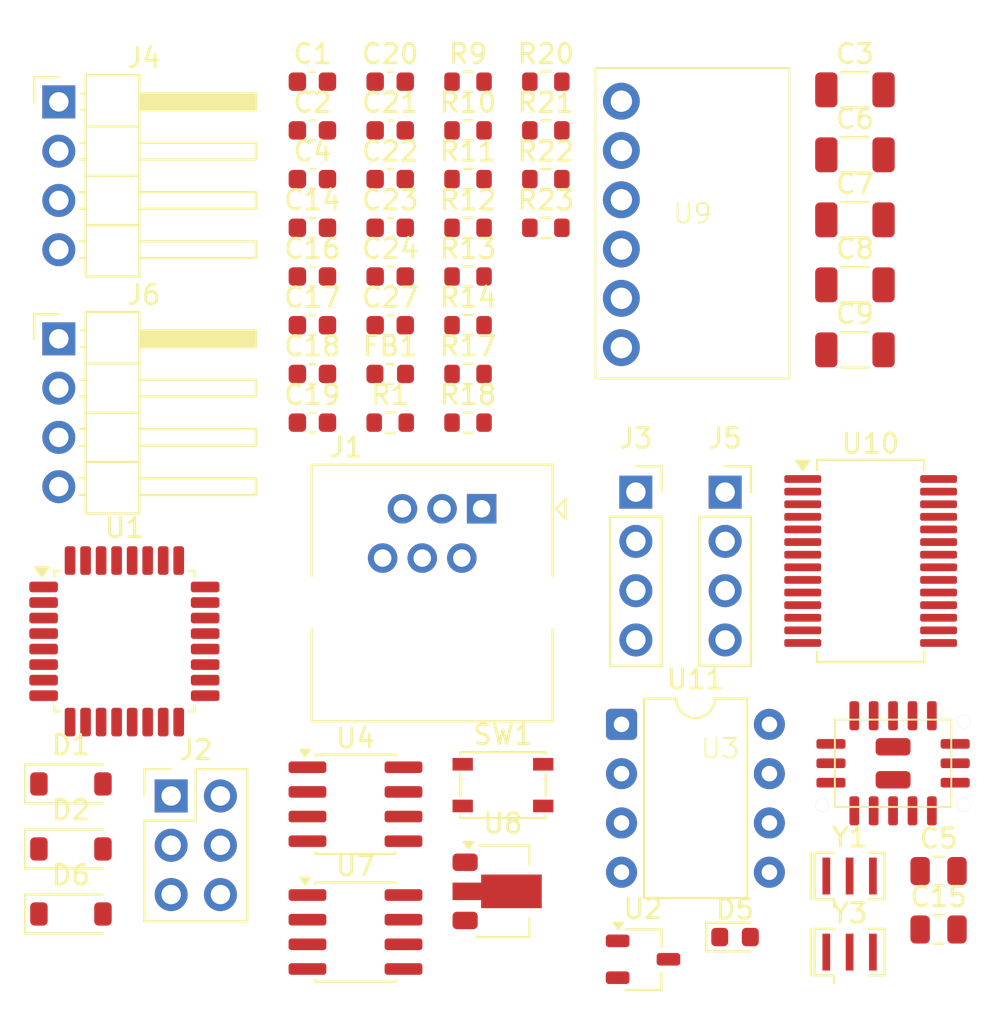
<source format=kicad_pcb>
(kicad_pcb (version 20241229) (generator "pcbnew") (generator_version "9.0")
  (layers (0 "F.Cu" signal) (2 "B.Cu" signal) (13 "F.Paste" user) (15 "B.Paste" user) (5 "F.SilkS" user "F.Silkscreen") (7 "B.SilkS" user "B.Silkscreen") (1 "F.Mask" user) (3 "B.Mask" user) (25 "Edge.Cuts" user))
  (net 0 "")
  (net 1 "Net-(U1-AREF)")
  (net 2 "GND")
  (net 3 "Net-(U1-VCC)")
  (net 4 "Net-(D1-K)")
  (net 5 "+5V")
  (net 6 "Net-(U4-VDD3V3)")
  (net 7 "GND1")
  (net 8 "Net-(U7-VDD3V3)")
  (net 9 "+3V3")
  (net 10 "Net-(U10-VDDA)")
  (net 11 "Net-(D1-A)")
  (net 12 "SCK")
  (net 13 "ERR")
  (net 14 "Net-(D5-K)")
  (net 16 "CANL")
  (net 17 "CANH")
  (net 19 "MISO")
  (net 20 "MOSI")
  (net 21 "RST")
  (net 22 "SDA1")
  (net 23 "SCL1")
  (net 24 "SCL2")
  (net 25 "SDA2")
  (net 26 "Net-(U1-~{RESET}{slash}PC6)")
  (net 27 "Net-(U10-STBY)")
  (net 28 "Net-(U10-~{RESET})")
  (net 29 "SCL0")
  (net 30 "SDA0")
  (net 36 "INT")
  (net 37 "CS")
  (net 42 "Net-(U1-XTAL2{slash}PB7)")
  (net 45 "Net-(U1-XTAL1{slash}PB6)")
  (net 53 "Net-(U10-TXD)")
  (net 61 "Net-(U10-OSC2)")
  (net 62 "Net-(U10-RXD)")
  (net 63 "Net-(U10-OSC1)")
  (net 64 "SCL3")
  (net 65 "SDA3")
  (net 66 "Net-(J6-Pin_2)")
  (net 67 "Net-(J6-Pin_1)")
  (net 68 "Net-(J6-Pin_4)")
  (net 77 "+5VA")
  (net 78 "Net-(J6-Pin_3)")
  (footprint "Connector_PinSocket_2.54mm:PinSocket_1x04_P2.54mm_Vertical" (layer "F.Cu") (at 50.435 43.535)
    (property "Reference" "J3" (at 0 -2.77 0) (layer "F.SilkS"))
    (property "Value" "Conn_01x04_Socket")
    (pad "1" thru_hole rect (at 0 0) (size 1.7 1.7) (drill 1) (layers "*.Cu" "*.Mask") (net 2 "GND"))
    (pad "2" thru_hole circle (at 0 2.54) (size 1.7 1.7) (drill 1) (layers "*.Cu" "*.Mask") (net 23 "SCL1"))
    (pad "3" thru_hole circle (at 0 5.08) (size 1.7 1.7) (drill 1) (layers "*.Cu" "*.Mask") (net 22 "SDA1"))
    (pad "4" thru_hole circle (at 0 7.62) (size 1.7 1.7) (drill 1) (layers "*.Cu" "*.Mask") (net 5 "+5V"))
  )
  (footprint "Resistor_SMD:R_0603_1608Metric" (layer "F.Cu") (at 41.785 34.935)
    (property "Reference" "R14" (at 0 -1.43 0) (layer "F.SilkS"))
    (property "Value" "100")
    (pad "1" smd roundrect (at -0.825 0) (size 0.8 0.95) (layers "F.Cu" "F.Mask" "F.Paste") (net 26 "Net-(U1-~{RESET}{slash}PC6)"))
    (pad "2" smd roundrect (at 0.825 0) (size 0.8 0.95) (layers "F.Cu" "F.Mask" "F.Paste") (net 21 "RST"))
  )
  (footprint "Resistor_SMD:R_0603_1608Metric" (layer "F.Cu") (at 41.785 37.445)
    (property "Reference" "R17" (at 0 -1.43 0) (layer "F.SilkS"))
    (property "Value" "100k")
    (pad "1" smd roundrect (at -0.825 0) (size 0.8 0.95) (layers "F.Cu" "F.Mask" "F.Paste") (net 27 "Net-(U10-STBY)"))
    (pad "2" smd roundrect (at 0.825 0) (size 0.8 0.95) (layers "F.Cu" "F.Mask" "F.Paste") (net 2 "GND"))
  )
  (footprint "Resistor_SMD:R_0603_1608Metric" (layer "F.Cu") (at 41.785 29.915)
    (property "Reference" "R12" (at 0 -1.43 0) (layer "F.SilkS"))
    (property "Value" "4.7k")
    (pad "1" smd roundrect (at -0.825 0) (size 0.8 0.95) (layers "F.Cu" "F.Mask" "F.Paste") (net 77 "+5VA"))
    (pad "2" smd roundrect (at 0.825 0) (size 0.8 0.95) (layers "F.Cu" "F.Mask" "F.Paste") (net 24 "SCL2"))
  )
  (footprint "Connector_PinHeader_2.54mm:PinHeader_1x04_P2.54mm_Horizontal" (layer "F.Cu") (at 20.695 35.635)
    (property "Reference" "J6" (at 4.385 -2.27 0) (layer "F.SilkS"))
    (property "Value" "Conn_01x04_Pin")
    (pad "1" thru_hole rect (at 0 0) (size 1.7 1.7) (drill 1) (layers "*.Cu" "*.Mask") (net 67 "Net-(J6-Pin_1)"))
    (pad "2" thru_hole circle (at 0 2.54) (size 1.7 1.7) (drill 1) (layers "*.Cu" "*.Mask") (net 66 "Net-(J6-Pin_2)"))
    (pad "3" thru_hole circle (at 0 5.08) (size 1.7 1.7) (drill 1) (layers "*.Cu" "*.Mask") (net 78 "Net-(J6-Pin_3)"))
    (pad "4" thru_hole circle (at 0 7.62) (size 1.7 1.7) (drill 1) (layers "*.Cu" "*.Mask") (net 68 "Net-(J6-Pin_4)"))
  )
  (footprint "Capacitor_SMD:C_0603_1608Metric" (layer "F.Cu") (at 33.765 32.425)
    (property "Reference" "C16" (at 0 -1.43 0) (layer "F.SilkS"))
    (property "Value" "0.1u")
    (pad "1" smd roundrect (at -0.775 0) (size 0.9 0.95) (layers "F.Cu" "F.Mask" "F.Paste") (net 2 "GND"))
    (pad "2" smd roundrect (at 0.775 0) (size 0.9 0.95) (layers "F.Cu" "F.Mask" "F.Paste") (net 5 "+5V"))
  )
  (footprint "Inductor_SMD:L_0603_1608Metric" (layer "F.Cu") (at 37.775 37.445)
    (property "Reference" "FB1" (at 0 -1.43 0) (layer "F.SilkS"))
    (property "Value" "FerriteBead_Small")
    (pad "1" smd roundrect (at -0.7875 0) (size 0.875 0.95) (layers "F.Cu" "F.Mask" "F.Paste") (net 5 "+5V"))
    (pad "2" smd roundrect (at 0.7875 0) (size 0.875 0.95) (layers "F.Cu" "F.Mask" "F.Paste") (net 10 "Net-(U10-VDDA)"))
  )
  (footprint "Button_Switch_SMD:SW_SPST_PTS810" (layer "F.Cu") (at 43.585 58.635)
    (property "Reference" "SW1" (at 0 -2.6 0) (layer "F.SilkS"))
    (property "Value" "RST")
    (pad "1" smd rect (at -2.075 -1.075) (size 1.05 0.65) (layers "F.Cu" "F.Mask" "F.Paste") (net 2 "GND"))
    (pad "1" smd rect (at 2.075 -1.075) (size 1.05 0.65) (layers "F.Cu" "F.Mask" "F.Paste") (net 2 "GND"))
    (pad "2" smd rect (at -2.075 1.075) (size 1.05 0.65) (layers "F.Cu" "F.Mask" "F.Paste") (net 21 "RST"))
    (pad "2" smd rect (at 2.075 1.075) (size 1.05 0.65) (layers "F.Cu" "F.Mask" "F.Paste") (net 21 "RST"))
  )
  (footprint "Crystal:Resonator_SMD_Murata_CSTxExxV-3Pin_3.0x1.1mm" (layer "F.Cu") (at 61.45 63.32)
    (property "Reference" "Y1" (at 0 -2 0) (layer "F.SilkS"))
    (property "Value" "16MHz")
    (pad "1" smd rect (at -1.2 0) (size 0.4 1.9) (layers "F.Cu" "F.Mask" "F.Paste") (net 42 "Net-(U1-XTAL2{slash}PB7)"))
    (pad "2" smd rect (at 0 0) (size 0.4 1.9) (layers "F.Cu" "F.Mask" "F.Paste") (net 2 "GND"))
    (pad "3" smd rect (at 1.2 0) (size 0.4 1.9) (layers "F.Cu" "F.Mask" "F.Paste") (net 45 "Net-(U1-XTAL1{slash}PB6)"))
  )
  (footprint "Capacitor_SMD:C_1206_3216Metric" (layer "F.Cu") (at 61.725 29.505)
    (property "Reference" "C7" (at 0 -1.85 0) (layer "F.SilkS"))
    (property "Value" "2.2u")
    (pad "1" smd roundrect (at -1.475 0) (size 1.15 1.8) (layers "F.Cu" "F.Mask" "F.Paste") (roundrect_rratio 0.217391) (net 9 "+3V3"))
    (pad "2" smd roundrect (at 1.475 0) (size 1.15 1.8) (layers "F.Cu" "F.Mask" "F.Paste") (roundrect_rratio 0.217391) (net 2 "GND"))
  )
  (footprint "Capacitor_SMD:C_0603_1608Metric" (layer "F.Cu") (at 33.765 37.445)
    (property "Reference" "C18" (at 0 -1.43 0) (layer "F.SilkS"))
    (property "Value" "0.1u")
    (pad "1" smd roundrect (at -0.775 0) (size 0.9 0.95) (layers "F.Cu" "F.Mask" "F.Paste") (net 2 "GND"))
    (pad "2" smd roundrect (at 0.775 0) (size 0.9 0.95) (layers "F.Cu" "F.Mask" "F.Paste") (net 3 "Net-(U1-VCC)"))
  )
  (footprint "Resistor_SMD:R_0603_1608Metric" (layer "F.Cu") (at 41.785 27.405)
    (property "Reference" "R11" (at 0 -1.43 0) (layer "F.SilkS"))
    (property "Value" "4.7k")
    (pad "1" smd roundrect (at -0.825 0) (size 0.8 0.95) (layers "F.Cu" "F.Mask" "F.Paste") (net 77 "+5VA"))
    (pad "2" smd roundrect (at 0.825 0) (size 0.8 0.95) (layers "F.Cu" "F.Mask" "F.Paste") (net 25 "SDA2"))
  )
  (footprint "Capacitor_SMD:C_0805_2012Metric" (layer "F.Cu") (at 66.035 63.065)
    (property "Reference" "C5" (at 0 -1.68 0) (layer "F.SilkS"))
    (property "Value" "1u")
    (pad "1" smd roundrect (at -0.95 0) (size 1 1.45) (layers "F.Cu" "F.Mask" "F.Paste") (net 6 "Net-(U4-VDD3V3)"))
    (pad "2" smd roundrect (at 0.95 0) (size 1 1.45) (layers "F.Cu" "F.Mask" "F.Paste") (net 2 "GND"))
  )
  (footprint "Connector_RJ:RJ25_Wayconn_MJEA-660X1_Horizontal" (layer "F.Cu") (at 42.485 44.395)
    (property "Reference" "J1" (at -6.985 -3.175 0) (layer "F.SilkS"))
    (property "Value" "RJ25")
    (pad "" np_thru_hole circle (at -8.55 4.84) (size 2.3 2.3) (drill 2.3) (layers "*.Cu" "*.Mask"))
    (pad "" np_thru_hole circle (at 3.45 4.84) (size 2.3 2.3) (drill 2.3) (layers "*.Cu" "*.Mask"))
    (pad "1" thru_hole rect (at 0 0) (size 1.52 1.52) (drill 0.9) (layers "*.Cu" "*.Mask"))
    (pad "2" thru_hole circle (at -1.02 2.54) (size 1.52 1.52) (drill 0.9) (layers "*.Cu" "*.Mask") (net 2 "GND"))
    (pad "3" thru_hole circle (at -2.04 0) (size 1.52 1.52) (drill 0.9) (layers "*.Cu" "*.Mask") (net 16 "CANL"))
    (pad "4" thru_hole circle (at -3.06 2.54) (size 1.52 1.52) (drill 0.9) (layers "*.Cu" "*.Mask") (net 17 "CANH"))
    (pad "5" thru_hole circle (at -4.08 0) (size 1.52 1.52) (drill 0.9) (layers "*.Cu" "*.Mask") (net 11 "Net-(D1-A)"))
    (pad "6" thru_hole circle (at -5.1 2.54) (size 1.52 1.52) (drill 0.9) (layers "*.Cu" "*.Mask"))
  )
  (footprint "Diode_SMD:D_SOD-123" (layer "F.Cu") (at 21.32 61.925)
    (property "Reference" "D2" (at 0 -2 0) (layer "F.SilkS"))
    (property "Value" "RB160M")
    (pad "1" smd roundrect (at -1.65 0) (size 0.9 1.2) (layers "F.Cu" "F.Mask" "F.Paste") (net 4 "Net-(D1-K)"))
    (pad "2" smd roundrect (at 1.65 0) (size 0.9 1.2) (layers "F.Cu" "F.Mask" "F.Paste") (net 5 "+5V"))
  )
  (footprint "Capacitor_SMD:C_0603_1608Metric" (layer "F.Cu") (at 37.775 34.935)
    (property "Reference" "C27" (at 0 -1.43 0) (layer "F.SilkS"))
    (property "Value" "100n")
    (pad "1" smd roundrect (at -0.775 0) (size 0.9 0.95) (layers "F.Cu" "F.Mask" "F.Paste") (net 66 "Net-(J6-Pin_2)"))
    (pad "2" smd roundrect (at 0.775 0) (size 0.9 0.95) (layers "F.Cu" "F.Mask" "F.Paste") (net 78 "Net-(J6-Pin_3)"))
  )
  (footprint "Package_TO_SOT_SMD:TSOT-23" (layer "F.Cu") (at 50.805 67.61)
    (property "Reference" "U2" (at 0 -2.6 0) (layer "F.SilkS"))
    (property "Value" "AP7375")
    (pad "1" smd roundrect (at -1.31 -0.95) (size 1.22 0.65) (layers "F.Cu" "F.Mask" "F.Paste") (net 4 "Net-(D1-K)"))
    (pad "2" smd roundrect (at -1.31 0.95) (size 1.22 0.65) (layers "F.Cu" "F.Mask" "F.Paste") (net 5 "+5V"))
    (pad "3" smd roundrect (at 1.31 0) (size 1.22 0.65) (layers "F.Cu" "F.Mask" "F.Paste") (net 2 "GND"))
  )
  (footprint "Capacitor_SMD:C_0603_1608Metric" (layer "F.Cu") (at 33.765 34.935)
    (property "Reference" "C17" (at 0 -1.43 0) (layer "F.SilkS"))
    (property "Value" "1u")
    (pad "1" smd roundrect (at -0.775 0) (size 0.9 0.95) (layers "F.Cu" "F.Mask" "F.Paste") (net 2 "GND"))
    (pad "2" smd roundrect (at 0.775 0) (size 0.9 0.95) (layers "F.Cu" "F.Mask" "F.Paste") (net 5 "+5V"))
  )
  (footprint "Resistor_SMD:R_0603_1608Metric" (layer "F.Cu") (at 45.795 29.915)
    (property "Reference" "R23" (at 0 -1.43 0) (layer "F.SilkS"))
    (property "Value" "4.7k")
    (pad "1" smd roundrect (at -0.825 0) (size 0.8 0.95) (layers "F.Cu" "F.Mask" "F.Paste") (net 9 "+3V3"))
    (pad "2" smd roundrect (at 0.825 0) (size 0.8 0.95) (layers "F.Cu" "F.Mask" "F.Paste") (net 65 "SDA3"))
  )
  (footprint "Capacitor_SMD:C_0805_2012Metric" (layer "F.Cu") (at 66.035 66.075)
    (property "Reference" "C15" (at 0 -1.68 0) (layer "F.SilkS"))
    (property "Value" "1u")
    (pad "1" smd roundrect (at -0.95 0) (size 1 1.45) (layers "F.Cu" "F.Mask" "F.Paste") (net 8 "Net-(U7-VDD3V3)"))
    (pad "2" smd roundrect (at 0.95 0) (size 1 1.45) (layers "F.Cu" "F.Mask" "F.Paste") (net 7 "GND1"))
  )
  (footprint "Capacitor_SMD:C_0603_1608Metric" (layer "F.Cu") (at 33.765 22.385)
    (property "Reference" "C1" (at 0 -1.43 0) (layer "F.SilkS"))
    (property "Value" "0.1u")
    (pad "1" smd roundrect (at -0.775 0) (size 0.9 0.95) (layers "F.Cu" "F.Mask" "F.Paste") (net 1 "Net-(U1-AREF)"))
    (pad "2" smd roundrect (at 0.775 0) (size 0.9 0.95) (layers "F.Cu" "F.Mask" "F.Paste") (net 2 "GND"))
  )
  (footprint "KUBTSS:SDP32" (layer "F.Cu") (at 63.69 57.51)
    (property "Reference" "U3" (at -8.91 -0.76 0) (layer "F.SilkS") (effects (font (thickness 0.1))))
    (property "Value" "~")
    (fp_circle (center -3.65 2.15) (end -3.3 2.15) (stroke (width 0.01)) (fill no) (layer "Edge.Cuts"))
    (fp_circle (center 3.65 -2.15) (end 4 -2.15) (stroke (width 0.01)) (fill no) (layer "Edge.Cuts"))
    (fp_circle (center 3.65 2.15) (end 4 2.15) (stroke (width 0.01)) (fill no) (layer "Edge.Cuts"))
    (pad "" np_thru_hole circle (at -3.65 2.15) (size 0.00001 0.00001) (drill 0.73) (layers "*.Mask"))
    (pad "" np_thru_hole circle (at 3.65 -2.15) (size 0.00001 0.00001) (drill 0.73) (layers "*.Mask"))
    (pad "" np_thru_hole circle (at 3.65 2.15) (size 0.00001 0.00001) (drill 0.73) (layers "*.Mask"))
    (pad "1" smd roundrect (at -3.2 -1) (size 1.5 0.5) (layers "F.Cu" "F.Mask" "F.Paste") (net 78 "Net-(J6-Pin_3)"))
    (pad "2" smd roundrect (at -3.2 0) (size 1.5 0.5) (layers "F.Cu" "F.Mask" "F.Paste") (net 78 "Net-(J6-Pin_3)"))
    (pad "3" smd roundrect (at -3.2 1) (size 1.5 0.5) (layers "F.Cu" "F.Mask" "F.Paste") (net 78 "Net-(J6-Pin_3)"))
    (pad "4" smd roundrect (at -2 2.45 270) (size 1.5 0.5) (layers "F.Cu" "F.Mask" "F.Paste"))
    (pad "5" smd roundrect (at -1 2.45 270) (size 1.5 0.5) (layers "F.Cu" "F.Mask" "F.Paste") (net 68 "Net-(J6-Pin_4)"))
    (pad "6" smd roundrect (at 0 2.45 270) (size 1.5 0.5) (layers "F.Cu" "F.Mask" "F.Paste") (net 78 "Net-(J6-Pin_3)"))
    (pad "7" smd roundrect (at 1 2.45 270) (size 1.5 0.5) (layers "F.Cu" "F.Mask" "F.Paste") (net 66 "Net-(J6-Pin_2)"))
    (pad "8" smd roundrect (at 2 2.45 270) (size 1.5 0.5) (layers "F.Cu" "F.Mask" "F.Paste") (net 67 "Net-(J6-Pin_1)"))
    (pad "9" smd roundrect (at 3.2 1 180) (size 1.5 0.5) (layers "F.Cu" "F.Mask" "F.Paste") (net 78 "Net-(J6-Pin_3)"))
    (pad "10" smd roundrect (at 3.2 0 180) (size 1.5 0.5) (layers "F.Cu" "F.Mask" "F.Paste") (net 78 "Net-(J6-Pin_3)"))
    (pad "11" smd roundrect (at 3.2 -1 180) (size 1.5 0.5) (layers "F.Cu" "F.Mask" "F.Paste") (net 78 "Net-(J6-Pin_3)"))
    (pad "12" smd roundrect (at 2 -2.45 90) (size 1.5 0.5) (layers "F.Cu" "F.Mask" "F.Paste"))
    (pad "13" smd roundrect (at 1 -2.45 90) (size 1.5 0.5) (layers "F.Cu" "F.Mask" "F.Paste"))
    (pad "14" smd roundrect (at 0 -2.45 90) (size 1.5 0.5) (layers "F.Cu" "F.Mask" "F.Paste"))
    (pad "15" smd roundrect (at -1 -2.45 90) (size 1.5 0.5) (layers "F.Cu" "F.Mask" "F.Paste"))
    (pad "16" smd roundrect (at -2 -2.45 90) (size 1.5 0.5) (layers "F.Cu" "F.Mask" "F.Paste"))
    (pad "17" smd roundrect (at 0 -0.85) (size 1.8 0.9) (layers "F.Cu" "F.Mask" "F.Paste"))
    (pad "18" smd roundrect (at 0 0.85) (size 1.8 0.9) (layers "F.Cu" "F.Mask" "F.Paste"))
  )
  (footprint "Connector_PinHeader_2.54mm:PinHeader_1x04_P2.54mm_Horizontal" (layer "F.Cu") (at 20.695 23.425)
    (property "Reference" "J4" (at 4.385 -2.27 0) (layer "F.SilkS"))
    (property "Value" "Conn_01x04_Pin")
    (pad "1" thru_hole rect (at 0 0) (size 1.7 1.7) (drill 1) (layers "*.Cu" "*.Mask") (net 7 "GND1"))
    (pad "2" thru_hole circle (at 0 2.54) (size 1.7 1.7) (drill 1) (layers "*.Cu" "*.Mask") (net 24 "SCL2"))
    (pad "3" thru_hole circle (at 0 5.08) (size 1.7 1.7) (drill 1) (layers "*.Cu" "*.Mask") (net 25 "SDA2"))
    (pad "4" thru_hole circle (at 0 7.62) (size 1.7 1.7) (drill 1) (layers "*.Cu" "*.Mask") (net 77 "+5VA"))
  )
  (footprint "Package_SO:SSOP-28_5.3x10.2mm_P0.65mm" (layer "F.Cu") (at 62.535 47.085)
    (property "Reference" "U10" (at 0 -6.05 0) (layer "F.SilkS"))
    (property "Value" "MCP25625-x-SS")
    (pad "1" smd roundrect (at -3.5 -4.225) (size 1.9 0.4) (layers "F.Cu" "F.Mask" "F.Paste") (net 9 "+3V3"))
    (pad "2" smd roundrect (at -3.5 -3.575) (size 1.9 0.4) (layers "F.Cu" "F.Mask" "F.Paste"))
    (pad "3" smd roundrect (at -3.5 -2.925) (size 1.9 0.4) (layers "F.Cu" "F.Mask" "F.Paste") (net 16 "CANL"))
    (pad "4" smd roundrect (at -3.5 -2.275) (size 1.9 0.4) (layers "F.Cu" "F.Mask" "F.Paste") (net 17 "CANH"))
    (pad "5" smd roundrect (at -3.5 -1.625) (size 1.9 0.4) (layers "F.Cu" "F.Mask" "F.Paste") (net 27 "Net-(U10-STBY)"))
    (pad "6" smd roundrect (at -3.5 -0.975) (size 1.9 0.4) (layers "F.Cu" "F.Mask" "F.Paste"))
    (pad "7" smd roundrect (at -3.5 -0.325) (size 1.9 0.4) (layers "F.Cu" "F.Mask" "F.Paste"))
    (pad "8" smd roundrect (at -3.5 0.325) (size 1.9 0.4) (layers "F.Cu" "F.Mask" "F.Paste") (net 61 "Net-(U10-OSC2)"))
    (pad "9" smd roundrect (at -3.5 0.975) (size 1.9 0.4) (layers "F.Cu" "F.Mask" "F.Paste") (net 63 "Net-(U10-OSC1)"))
    (pad "10" smd roundrect (at -3.5 1.625) (size 1.9 0.4) (layers "F.Cu" "F.Mask" "F.Paste") (net 2 "GND"))
    (pad "11" smd roundrect (at -3.5 2.275) (size 1.9 0.4) (layers "F.Cu" "F.Mask" "F.Paste"))
    (pad "12" smd roundrect (at -3.5 2.925) (size 1.9 0.4) (layers "F.Cu" "F.Mask" "F.Paste"))
    (pad "13" smd roundrect (at -3.5 3.575) (size 1.9 0.4) (layers "F.Cu" "F.Mask" "F.Paste") (net 36 "INT"))
    (pad "14" smd roundrect (at -3.5 4.225) (size 1.9 0.4) (layers "F.Cu" "F.Mask" "F.Paste") (net 12 "SCK"))
    (pad "15" smd roundrect (at 3.5 4.225) (size 1.9 0.4) (layers "F.Cu" "F.Mask" "F.Paste") (net 20 "MOSI"))
    (pad "16" smd roundrect (at 3.5 3.575) (size 1.9 0.4) (layers "F.Cu" "F.Mask" "F.Paste") (net 19 "MISO"))
    (pad "17" smd roundrect (at 3.5 2.925) (size 1.9 0.4) (layers "F.Cu" "F.Mask" "F.Paste") (net 37 "CS"))
    (pad "18" smd roundrect (at 3.5 2.275) (size 1.9 0.4) (layers "F.Cu" "F.Mask" "F.Paste") (net 28 "Net-(U10-~{RESET})"))
    (pad "19" smd roundrect (at 3.5 1.625) (size 1.9 0.4) (layers "F.Cu" "F.Mask" "F.Paste") (net 5 "+5V"))
    (pad "20" smd roundrect (at 3.5 0.975) (size 1.9 0.4) (layers "F.Cu" "F.Mask" "F.Paste") (net 53 "Net-(U10-TXD)"))
    (pad "21" smd roundrect (at 3.5 0.325) (size 1.9 0.4) (layers "F.Cu" "F.Mask" "F.Paste") (net 62 "Net-(U10-RXD)"))
    (pad "22" smd roundrect (at 3.5 -0.325) (size 1.9 0.4) (layers "F.Cu" "F.Mask" "F.Paste"))
    (pad "23" smd roundrect (at 3.5 -0.975) (size 1.9 0.4) (layers "F.Cu" "F.Mask" "F.Paste"))
    (pad "24" smd roundrect (at 3.5 -1.625) (size 1.9 0.4) (layers "F.Cu" "F.Mask" "F.Paste") (net 53 "Net-(U10-TXD)"))
    (pad "25" smd roundrect (at 3.5 -2.275) (size 1.9 0.4) (layers "F.Cu" "F.Mask" "F.Paste"))
    (pad "26" smd roundrect (at 3.5 -2.925) (size 1.9 0.4) (layers "F.Cu" "F.Mask" "F.Paste"))
    (pad "27" smd roundrect (at 3.5 -3.575) (size 1.9 0.4) (layers "F.Cu" "F.Mask" "F.Paste") (net 10 "Net-(U10-VDDA)"))
    (pad "28" smd roundrect (at 3.5 -4.225) (size 1.9 0.4) (layers "F.Cu" "F.Mask" "F.Paste") (net 62 "Net-(U10-RXD)"))
  )
  (footprint "Diode_SMD:D_SOD-123" (layer "F.Cu") (at 21.32 58.575)
    (property "Reference" "D1" (at 0 -2 0) (layer "F.SilkS"))
    (property "Value" "RB160M")
    (pad "1" smd roundrect (at -1.65 0) (size 0.9 1.2) (layers "F.Cu" "F.Mask" "F.Paste") (net 4 "Net-(D1-K)"))
    (pad "2" smd roundrect (at 1.65 0) (size 0.9 1.2) (layers "F.Cu" "F.Mask" "F.Paste") (net 11 "Net-(D1-A)"))
  )
  (footprint "Capacitor_SMD:C_0603_1608Metric" (layer "F.Cu") (at 37.775 32.425)
    (property "Reference" "C24" (at 0 -1.43 0) (layer "F.SilkS"))
    (property "Value" "0.1u")
    (pad "1" smd roundrect (at -0.775 0) (size 0.9 0.95) (layers "F.Cu" "F.Mask" "F.Paste") (net 10 "Net-(U10-VDDA)"))
    (pad "2" smd roundrect (at 0.775 0) (size 0.9 0.95) (layers "F.Cu" "F.Mask" "F.Paste") (net 2 "GND"))
  )
  (footprint "Capacitor_SMD:C_1206_3216Metric" (layer "F.Cu") (at 61.725 32.855)
    (property "Reference" "C8" (at 0 -1.85 0) (layer "F.SilkS"))
    (property "Value" "10u")
    (pad "1" smd roundrect (at -1.475 0) (size 1.15 1.8) (layers "F.Cu" "F.Mask" "F.Paste") (roundrect_rratio 0.217391) (net 5 "+5V"))
    (pad "2" smd roundrect (at 1.475 0) (size 1.15 1.8) (layers "F.Cu" "F.Mask" "F.Paste") (roundrect_rratio 0.217391) (net 2 "GND"))
  )
  (footprint "Resistor_SMD:R_0603_1608Metric" (layer "F.Cu") (at 41.785 22.385)
    (property "Reference" "R9" (at 0 -1.43 0) (layer "F.SilkS"))
    (property "Value" "120")
    (pad "1" smd roundrect (at -0.825 0) (size 0.8 0.95) (layers "F.Cu" "F.Mask" "F.Paste") (net 17 "CANH"))
    (pad "2" smd roundrect (at 0.825 0) (size 0.8 0.95) (layers "F.Cu" "F.Mask" "F.Paste") (net 16 "CANL"))
  )
  (footprint "Capacitor_SMD:C_0603_1608Metric" (layer "F.Cu") (at 37.775 24.895)
    (property "Reference" "C21" (at 0 -1.43 0) (layer "F.SilkS"))
    (property "Value" "1u")
    (pad "1" smd roundrect (at -0.775 0) (size 0.9 0.95) (layers "F.Cu" "F.Mask" "F.Paste") (net 9 "+3V3"))
    (pad "2" smd roundrect (at 0.775 0) (size 0.9 0.95) (layers "F.Cu" "F.Mask" "F.Paste") (net 2 "GND"))
  )
  (footprint "Resistor_SMD:R_0603_1608Metric" (layer "F.Cu") (at 45.795 22.385)
    (property "Reference" "R20" (at 0 -1.43 0) (layer "F.SilkS"))
    (property "Value" "4.7k")
    (pad "1" smd roundrect (at -0.825 0) (size 0.8 0.95) (layers "F.Cu" "F.Mask" "F.Paste") (net 5 "+5V"))
    (pad "2" smd roundrect (at 0.825 0) (size 0.8 0.95) (layers "F.Cu" "F.Mask" "F.Paste") (net 29 "SCL0"))
  )
  (footprint "Capacitor_SMD:C_0603_1608Metric" (layer "F.Cu") (at 33.765 39.955)
    (property "Reference" "C19" (at 0 -1.43 0) (layer "F.SilkS"))
    (property "Value" "1u")
    (pad "1" smd roundrect (at -0.775 0) (size 0.9 0.95) (layers "F.Cu" "F.Mask" "F.Paste") (net 5 "+5V"))
    (pad "2" smd roundrect (at 0.775 0) (size 0.9 0.95) (layers "F.Cu" "F.Mask" "F.Paste") (net 2 "GND"))
  )
  (footprint "Package_SO:SOIC-8_3.9x4.9mm_P1.27mm" (layer "F.Cu") (at 35.985 59.62)
    (property "Reference" "U4" (at 0 -3.4 0) (layer "F.SilkS"))
    (property "Value" "SLIP")
    (pad "1" smd roundrect (at -2.475 -1.905) (size 1.95 0.6) (layers "F.Cu" "F.Mask" "F.Paste") (net 5 "+5V"))
    (pad "2" smd roundrect (at -2.475 -0.635) (size 1.95 0.6) (layers "F.Cu" "F.Mask" "F.Paste") (net 6 "Net-(U4-VDD3V3)"))
    (pad "3" smd roundrect (at -2.475 0.635) (size 1.95 0.6) (layers "F.Cu" "F.Mask" "F.Paste"))
    (pad "4" smd roundrect (at -2.475 1.905) (size 1.95 0.6) (layers "F.Cu" "F.Mask" "F.Paste") (net 2 "GND"))
    (pad "5" smd roundrect (at 2.475 1.905) (size 1.95 0.6) (layers "F.Cu" "F.Mask" "F.Paste") (net 2 "GND"))
    (pad "6" smd roundrect (at 2.475 0.635) (size 1.95 0.6) (layers "F.Cu" "F.Mask" "F.Paste") (net 30 "SDA0"))
    (pad "7" smd roundrect (at 2.475 -0.635) (size 1.95 0.6) (layers "F.Cu" "F.Mask" "F.Paste") (net 29 "SCL0"))
    (pad "8" smd roundrect (at 2.475 -1.905) (size 1.95 0.6) (layers "F.Cu" "F.Mask" "F.Paste") (net 2 "GND"))
  )
  (footprint "Capacitor_SMD:C_0603_1608Metric" (layer "F.Cu") (at 37.775 22.385)
    (property "Reference" "C20" (at 0 -1.43 0) (layer "F.SilkS"))
    (property "Value" "0.1u")
    (pad "1" smd roundrect (at -0.775 0) (size 0.9 0.95) (layers "F.Cu" "F.Mask" "F.Paste") (net 5 "+5V"))
    (pad "2" smd roundrect (at 0.775 0) (size 0.9 0.95) (layers "F.Cu" "F.Mask" "F.Paste") (net 2 "GND"))
  )
  (footprint "Capacitor_SMD:C_1206_3216Metric" (layer "F.Cu") (at 61.725 36.205)
    (property "Reference" "C9" (at 0 -1.85 0) (layer "F.SilkS"))
    (property "Value" "1u")
    (pad "1" smd roundrect (at -1.475 0) (size 1.15 1.8) (layers "F.Cu" "F.Mask" "F.Paste") (roundrect_rratio 0.217391) (net 4 "Net-(D1-K)"))
    (pad "2" smd roundrect (at 1.475 0) (size 1.15 1.8) (layers "F.Cu" "F.Mask" "F.Paste") (roundrect_rratio 0.217391) (net 2 "GND"))
  )
  (footprint "LED_SMD:LED_0603_1608Metric" (layer "F.Cu") (at 55.545 66.465)
    (property "Reference" "D5" (at 0 -1.43 0) (layer "F.SilkS"))
    (property "Value" "ERR")
    (pad "1" smd roundrect (at -0.7875 0) (size 0.875 0.95) (layers "F.Cu" "F.Mask" "F.Paste") (net 14 "Net-(D5-K)"))
    (pad "2" smd roundrect (at 0.7875 0) (size 0.875 0.95) (layers "F.Cu" "F.Mask" "F.Paste") (net 13 "ERR"))
  )
  (footprint "Resistor_SMD:R_0603_1608Metric" (layer "F.Cu") (at 41.785 32.425)
    (property "Reference" "R13" (at 0 -1.43 0) (layer "F.SilkS"))
    (property "Value" "10")
    (pad "1" smd roundrect (at -0.825 0) (size 0.8 0.95) (layers "F.Cu" "F.Mask" "F.Paste") (net 3 "Net-(U1-VCC)"))
    (pad "2" smd roundrect (at 0.825 0) (size 0.8 0.95) (layers "F.Cu" "F.Mask" "F.Paste") (net 5 "+5V"))
  )
  (footprint "Crystal:Resonator_SMD_Murata_CSTxExxV-3Pin_3.0x1.1mm" (layer "F.Cu") (at 61.45 67.24)
    (property "Reference" "Y3" (at 0 -2 0) (layer "F.SilkS"))
    (property "Value" "16MHz")
    (pad "1" smd rect (at -1.2 0) (size 0.4 1.9) (layers "F.Cu" "F.Mask" "F.Paste") (net 63 "Net-(U10-OSC1)"))
    (pad "2" smd rect (at 0 0) (size 0.4 1.9) (layers "F.Cu" "F.Mask" "F.Paste") (net 2 "GND"))
    (pad "3" smd rect (at 1.2 0) (size 0.4 1.9) (layers "F.Cu" "F.Mask" "F.Paste") (net 61 "Net-(U10-OSC2)"))
  )
  (footprint "KUBTSS:BME280" (layer "F.Cu") (at 53.35 29.68)
    (property "Reference" "U9" (at 0 -0.5 0) (layer "F.SilkS") (effects (font (thickness 0.1))))
    (property "Value" "BME280")
    (pad "1" thru_hole circle (at -3.663 -6.29) (size 1.9 1.9) (drill 1.1) (layers "*.Cu" "*.Mask") (net 9 "+3V3"))
    (pad "2" thru_hole circle (at -3.663 -3.75) (size 1.9 1.9) (drill 1.1) (layers "*.Cu" "*.Mask") (net 2 "GND"))
    (pad "3" thru_hole circle (at -3.663 -1.21) (size 1.9 1.9) (drill 1.1) (layers "*.Cu" "*.Mask") (net 9 "+3V3"))
    (pad "4" thru_hole circle (at -3.663 1.33) (size 1.9 1.9) (drill 1.1) (layers "*.Cu" "*.Mask") (net 65 "SDA3"))
    (pad "5" thru_hole circle (at -3.663 3.87) (size 1.9 1.9) (drill 1.1) (layers "*.Cu" "*.Mask") (net 2 "GND"))
    (pad "6" thru_hole circle (at -3.663 6.41) (size 1.9 1.9) (drill 1.1) (layers "*.Cu" "*.Mask") (net 64 "SCL3"))
  )
  (footprint "Capacitor_SMD:C_0603_1608Metric" (layer "F.Cu") (at 37.775 27.405)
    (property "Reference" "C22" (at 0 -1.43 0) (layer "F.SilkS"))
    (property "Value" "0.1u")
    (pad "1" smd roundrect (at -0.775 0) (size 0.9 0.95) (layers "F.Cu" "F.Mask" "F.Paste") (net 9 "+3V3"))
    (pad "2" smd roundrect (at 0.775 0) (size 0.9 0.95) (layers "F.Cu" "F.Mask" "F.Paste") (net 2 "GND"))
  )
  (footprint "Capacitor_SMD:C_0603_1608Metric" (layer "F.Cu") (at 33.765 24.895)
    (property "Reference" "C2" (at 0 -1.43 0) (layer "F.SilkS"))
    (property "Value" "1u")
    (pad "1" smd roundrect (at -0.775 0) (size 0.9 0.95) (layers "F.Cu" "F.Mask" "F.Paste") (net 2 "GND"))
    (pad "2" smd roundrect (at 0.775 0) (size 0.9 0.95) (layers "F.Cu" "F.Mask" "F.Paste") (net 3 "Net-(U1-VCC)"))
  )
  (footprint "Package_DIP:DIP-8_W7.62mm" (layer "F.Cu") (at 49.695 55.505)
    (property "Reference" "U11" (at 3.81 -2.33 0) (layer "F.SilkS"))
    (property "Value" "~")
    (pad "1" thru_hole roundrect (at 0 0) (size 1.6 1.6) (drill 0.8) (layers "*.Cu" "*.Mask") (roundrect_rratio 0.15625) (net 5 "+5V"))
    (pad "2" thru_hole circle (at 0 2.54) (size 1.6 1.6) (drill 0.8) (layers "*.Cu" "*.Mask") (net 29 "SCL0"))
    (pad "3" thru_hole circle (at 0 5.08) (size 1.6 1.6) (drill 0.8) (layers "*.Cu" "*.Mask") (net 30 "SDA0"))
    (pad "4" thru_hole circle (at 0 7.62) (size 1.6 1.6) (drill 0.8) (layers "*.Cu" "*.Mask") (net 2 "GND"))
    (pad "5" thru_hole circle (at 7.62 7.62) (size 1.6 1.6) (drill 0.8) (layers "*.Cu" "*.Mask") (net 5 "+5V"))
    (pad "6" thru_hole circle (at 7.62 5.08) (size 1.6 1.6) (drill 0.8) (layers "*.Cu" "*.Mask") (net 64 "SCL3"))
    (pad "7" thru_hole circle (at 7.62 2.54) (size 1.6 1.6) (drill 0.8) (layers "*.Cu" "*.Mask") (net 65 "SDA3"))
    (pad "8" thru_hole circle (at 7.62 0) (size 1.6 1.6) (drill 0.8) (layers "*.Cu" "*.Mask") (net 9 "+3V3"))
  )
  (footprint "Connector_PinSocket_2.54mm:PinSocket_1x04_P2.54mm_Vertical" (layer "F.Cu") (at 55.035 43.535)
    (property "Reference" "J5" (at 0 -2.77 0) (layer "F.SilkS"))
    (property "Value" "Conn_01x04_Socket")
    (pad "1" thru_hole rect (at 0 0) (size 1.7 1.7) (drill 1) (layers "*.Cu" "*.Mask") (net 65 "SDA3"))
    (pad "2" thru_hole circle (at 0 2.54) (size 1.7 1.7) (drill 1) (layers "*.Cu" "*.Mask") (net 9 "+3V3"))
    (pad "3" thru_hole circle (at 0 5.08) (size 1.7 1.7) (drill 1) (layers "*.Cu" "*.Mask") (net 2 "GND"))
    (pad "4" thru_hole circle (at 0 7.62) (size 1.7 1.7) (drill 1) (layers "*.Cu" "*.Mask") (net 64 "SCL3"))
  )
  (footprint "Package_QFP:TQFP-32_7x7mm_P0.8mm" (layer "F.Cu") (at 24.075 51.225)
    (property "Reference" "U1" (at 0 -5.85 0) (layer "F.SilkS"))
    (property "Value" "ATmega328PB-A")
    (pad "1" smd roundrect (at -4.1625 -2.8) (size 1.475 0.55) (layers "F.Cu" "F.Mask" "F.Paste") (net 36 "INT"))
    (pad "2" smd roundrect (at -4.1625 -2) (size 1.475 0.55) (layers "F.Cu" "F.Mask" "F.Paste"))
    (pad "3" smd roundrect (at -4.1625 -1.2) (size 1.475 0.55) (layers "F.Cu" "F.Mask" "F.Paste") (net 30 "SDA0"))
    (pad "4" smd roundrect (at -4.1625 -0.4) (size 1.475 0.55) (layers "F.Cu" "F.Mask" "F.Paste") (net 3 "Net-(U1-VCC)"))
    (pad "5" smd roundrect (at -4.1625 0.4) (size 1.475 0.55) (layers "F.Cu" "F.Mask" "F.Paste") (net 2 "GND"))
    (pad "6" smd roundrect (at -4.1625 1.2) (size 1.475 0.55) (layers "F.Cu" "F.Mask" "F.Paste") (net 29 "SCL0"))
    (pad "7" smd roundrect (at -4.1625 2) (size 1.475 0.55) (layers "F.Cu" "F.Mask" "F.Paste") (net 45 "Net-(U1-XTAL1{slash}PB6)"))
    (pad "8" smd roundrect (at -4.1625 2.8) (size 1.475 0.55) (layers "F.Cu" "F.Mask" "F.Paste") (net 42 "Net-(U1-XTAL2{slash}PB7)"))
    (pad "9" smd roundrect (at -2.8 4.1625) (size 0.55 1.475) (layers "F.Cu" "F.Mask" "F.Paste"))
    (pad "10" smd roundrect (at -2 4.1625) (size 0.55 1.475) (layers "F.Cu" "F.Mask" "F.Paste"))
    (pad "11" smd roundrect (at -1.2 4.1625) (size 0.55 1.475) (layers "F.Cu" "F.Mask" "F.Paste") (net 13 "ERR"))
    (pad "12" smd roundrect (at -0.4 4.1625) (size 0.55 1.475) (layers "F.Cu" "F.Mask" "F.Paste"))
    (pad "13" smd roundrect (at 0.4 4.1625) (size 0.55 1.475) (layers "F.Cu" "F.Mask" "F.Paste"))
    (pad "14" smd roundrect (at 1.2 4.1625) (size 0.55 1.475) (layers "F.Cu" "F.Mask" "F.Paste") (net 37 "CS"))
    (pad "15" smd roundrect (at 2 4.1625) (size 0.55 1.475) (layers "F.Cu" "F.Mask" "F.Paste") (net 20 "MOSI"))
    (pad "16" smd roundrect (at 2.8 4.1625) (size 0.55 1.475) (layers "F.Cu" "F.Mask" "F.Paste") (net 19 "MISO"))
    (pad "17" smd roundrect (at 4.1625 2.8) (size 1.475 0.55) (layers "F.Cu" "F.Mask" "F.Paste") (net 12 "SCK"))
    (pad "18" smd roundrect (at 4.1625 2) (size 1.475 0.55) (layers "F.Cu" "F.Mask" "F.Paste") (net 5 "+5V"))
    (pad "19" smd roundrect (at 4.1625 1.2) (size 1.475 0.55) (layers "F.Cu" "F.Mask" "F.Paste"))
    (pad "20" smd roundrect (at 4.1625 0.4) (size 1.475 0.55) (layers "F.Cu" "F.Mask" "F.Paste") (net 1 "Net-(U1-AREF)"))
    (pad "21" smd roundrect (at 4.1625 -0.4) (size 1.475 0.55) (layers "F.Cu" "F.Mask" "F.Paste") (net 2 "GND"))
    (pad "22" smd roundrect (at 4.1625 -1.2) (size 1.475 0.55) (layers "F.Cu" "F.Mask" "F.Paste"))
    (pad "23" smd roundrect (at 4.1625 -2) (size 1.475 0.55) (layers "F.Cu" "F.Mask" "F.Paste"))
    (pad "24" smd roundrect (at 4.1625 -2.8) (size 1.475 0.55) (layers "F.Cu" "F.Mask" "F.Paste"))
    (pad "25" smd roundrect (at 2.8 -4.1625) (size 0.55 1.475) (layers "F.Cu" "F.Mask" "F.Paste"))
    (pad "26" smd roundrect (at 2 -4.1625) (size 0.55 1.475) (layers "F.Cu" "F.Mask" "F.Paste"))
    (pad "27" smd roundrect (at 1.2 -4.1625) (size 0.55 1.475) (layers "F.Cu" "F.Mask" "F.Paste") (net 22 "SDA1"))
    (pad "28" smd roundrect (at 0.4 -4.1625) (size 0.55 1.475) (layers "F.Cu" "F.Mask" "F.Paste") (net 23 "SCL1"))
    (pad "29" smd roundrect (at -0.4 -4.1625) (size 0.55 1.475) (layers "F.Cu" "F.Mask" "F.Paste") (net 26 "Net-(U1-~{RESET}{slash}PC6)"))
    (pad "30" smd roundrect (at -1.2 -4.1625) (size 0.55 1.475) (layers "F.Cu" "F.Mask" "F.Paste"))
    (pad "31" smd roundrect (at -2 -4.1625) (size 0.55 1.475) (layers "F.Cu" "F.Mask" "F.Paste"))
    (pad "32" smd roundrect (at -2.8 -4.1625) (size 0.55 1.475) (layers "F.Cu" "F.Mask" "F.Paste"))
  )
  (footprint "Diode_SMD:D_SOD-123" (layer "F.Cu") (at 21.32 65.275)
    (property "Reference" "D6" (at 0 -2 0) (layer "F.SilkS"))
    (property "Value" "RB160M")
    (pad "1" smd roundrect (at -1.65 0) (size 0.9 1.2) (layers "F.Cu" "F.Mask" "F.Paste") (net 4 "Net-(D1-K)"))
    (pad "2" smd roundrect (at 1.65 0) (size 0.9 1.2) (layers "F.Cu" "F.Mask" "F.Paste") (net 9 "+3V3"))
  )
  (footprint "Package_SO:SOIC-8_3.9x4.9mm_P1.27mm" (layer "F.Cu") (at 35.985 66.205)
    (property "Reference" "U7" (at 0 -3.4 0) (layer "F.SilkS"))
    (property "Value" "SLIP")
    (pad "1" smd roundrect (at -2.475 -1.905) (size 1.95 0.6) (layers "F.Cu" "F.Mask" "F.Paste") (net 77 "+5VA"))
    (pad "2" smd roundrect (at -2.475 -0.635) (size 1.95 0.6) (layers "F.Cu" "F.Mask" "F.Paste") (net 8 "Net-(U7-VDD3V3)"))
    (pad "3" smd roundrect (at -2.475 0.635) (size 1.95 0.6) (layers "F.Cu" "F.Mask" "F.Paste"))
    (pad "4" smd roundrect (at -2.475 1.905) (size 1.95 0.6) (layers "F.Cu" "F.Mask" "F.Paste") (net 7 "GND1"))
    (pad "5" smd roundrect (at 2.475 1.905) (size 1.95 0.6) (layers "F.Cu" "F.Mask" "F.Paste") (net 7 "GND1"))
    (pad "6" smd roundrect (at 2.475 0.635) (size 1.95 0.6) (layers "F.Cu" "F.Mask" "F.Paste") (net 25 "SDA2"))
    (pad "7" smd roundrect (at 2.475 -0.635) (size 1.95 0.6) (layers "F.Cu" "F.Mask" "F.Paste") (net 24 "SCL2"))
    (pad "8" smd roundrect (at 2.475 -1.905) (size 1.95 0.6) (layers "F.Cu" "F.Mask" "F.Paste") (net 7 "GND1"))
  )
  (footprint "Capacitor_SMD:C_1206_3216Metric" (layer "F.Cu") (at 61.725 22.805)
    (property "Reference" "C3" (at 0 -1.85 0) (layer "F.SilkS"))
    (property "Value" "10u")
    (pad "1" smd roundrect (at -1.475 0) (size 1.15 1.8) (layers "F.Cu" "F.Mask" "F.Paste") (roundrect_rratio 0.217391) (net 4 "Net-(D1-K)"))
    (pad "2" smd roundrect (at 1.475 0) (size 1.15 1.8) (layers "F.Cu" "F.Mask" "F.Paste") (roundrect_rratio 0.217391) (net 2 "GND"))
  )
  (footprint "Resistor_SMD:R_0603_1608Metric" (layer "F.Cu") (at 45.795 27.405)
    (property "Reference" "R22" (at 0 -1.43 0) (layer "F.SilkS"))
    (property "Value" "4.7k")
    (pad "1" smd roundrect (at -0.825 0) (size 0.8 0.95) (layers "F.Cu" "F.Mask" "F.Paste") (net 9 "+3V3"))
    (pad "2" smd roundrect (at 0.825 0) (size 0.8 0.95) (layers "F.Cu" "F.Mask" "F.Paste") (net 64 "SCL3"))
  )
  (footprint "Connector_PinHeader_2.54mm:PinHeader_2x03_P2.54mm_Vertical" (layer "F.Cu") (at 26.485 59.195)
    (property "Reference" "J2" (at 1.27 -2.38 0) (layer "F.SilkS"))
    (property "Value" "ICSP")
    (pad "1" thru_hole rect (at 0 0) (size 1.7 1.7) (drill 1) (layers "*.Cu" "*.Mask") (net 2 "GND"))
    (pad "2" thru_hole circle (at 2.54 0) (size 1.7 1.7) (drill 1) (layers "*.Cu" "*.Mask") (net 21 "RST"))
    (pad "3" thru_hole circle (at 0 2.54) (size 1.7 1.7) (drill 1) (layers "*.Cu" "*.Mask") (net 20 "MOSI"))
    (pad "4" thru_hole circle (at 2.54 2.54) (size 1.7 1.7) (drill 1) (layers "*.Cu" "*.Mask") (net 12 "SCK"))
    (pad "5" thru_hole circle (at 0 5.08) (size 1.7 1.7) (drill 1) (layers "*.Cu" "*.Mask") (net 5 "+5V"))
    (pad "6" thru_hole circle (at 2.54 5.08) (size 1.7 1.7) (drill 1) (layers "*.Cu" "*.Mask") (net 19 "MISO"))
  )
  (footprint "Capacitor_SMD:C_0603_1608Metric" (layer "F.Cu") (at 37.775 29.915)
    (property "Reference" "C23" (at 0 -1.43 0) (layer "F.SilkS"))
    (property "Value" "10u")
    (pad "1" smd roundrect (at -0.775 0) (size 0.9 0.95) (layers "F.Cu" "F.Mask" "F.Paste") (net 10 "Net-(U10-VDDA)"))
    (pad "2" smd roundrect (at 0.775 0) (size 0.9 0.95) (layers "F.Cu" "F.Mask" "F.Paste") (net 2 "GND"))
  )
  (footprint "Capacitor_SMD:C_1206_3216Metric" (layer "F.Cu") (at 61.725 26.155)
    (property "Reference" "C6" (at 0 -1.85 0) (layer "F.SilkS"))
    (property "Value" "0.1u")
    (pad "1" smd roundrect (at -1.475 0) (size 1.15 1.8) (layers "F.Cu" "F.Mask" "F.Paste") (roundrect_rratio 0.217391) (net 4 "Net-(D1-K)"))
    (pad "2" smd roundrect (at 1.475 0) (size 1.15 1.8) (layers "F.Cu" "F.Mask" "F.Paste") (roundrect_rratio 0.217391) (net 2 "GND"))
  )
  (footprint "Capacitor_SMD:C_0603_1608Metric" (layer "F.Cu") (at 33.765 27.405)
    (property "Reference" "C4" (at 0 -1.43 0) (layer "F.SilkS"))
    (property "Value" "0.1u")
    (pad "1" smd roundrect (at -0.775 0) (size 0.9 0.95) (layers "F.Cu" "F.Mask" "F.Paste") (net 5 "+5V"))
    (pad "2" smd roundrect (at 0.775 0) (size 0.9 0.95) (layers "F.Cu" "F.Mask" "F.Paste") (net 2 "GND"))
  )
  (footprint "Resistor_SMD:R_0603_1608Metric" (layer "F.Cu") (at 41.785 24.895)
    (property "Reference" "R10" (at 0 -1.43 0) (layer "F.SilkS"))
    (property "Value" "1k")
    (pad "1" smd roundrect (at -0.825 0) (size 0.8 0.95) (layers "F.Cu" "F.Mask" "F.Paste") (net 14 "Net-(D5-K)"))
    (pad "2" smd roundrect (at 0.825 0) (size 0.8 0.95) (layers "F.Cu" "F.Mask" "F.Paste") (net 2 "GND"))
  )
  (footprint "Package_TO_SOT_SMD:SOT-89-3" (layer "F.Cu") (at 43.585 64.11)
    (property "Reference" "U8" (at 0 -3.5 0) (layer "F.SilkS"))
    (property "Value" "NJW4181U3-33B")
    (pad "1" smd roundrect (at -1.95 -1.5) (size 1.3 0.9) (layers "F.Cu" "F.Mask" "F.Paste") (net 9 "+3V3"))
    (pad "2" smd custom (at -1.8625 0) (size 1.475 0.9) (layers "F.Cu" "F.Mask" "F.Paste") (net 2 "GND") (options (clearance outline) (anchor rect)) (primitives (gr_poly (pts (xy 3.8625 0.8665) (xy 0.7375 0.8665) (xy 0.7375 -0.8665) (xy 3.8625 -0.8665)) (width 0) (fill yes))))
    (pad "3" smd roundrect (at -1.95 1.5) (size 1.3 0.9) (layers "F.Cu" "F.Mask" "F.Paste") (net 4 "Net-(D1-K)"))
  )
  (footprint "Resistor_SMD:R_0603_1608Metric" (layer "F.Cu") (at 37.775 39.955)
    (property "Reference" "R1" (at 0 -1.43 0) (layer "F.SilkS"))
    (property "Value" "10k")
    (pad "1" smd roundrect (at -0.825 0) (size 0.8 0.95) (layers "F.Cu" "F.Mask" "F.Paste") (net 5 "+5V"))
    (pad "2" smd roundrect (at 0.825 0) (size 0.8 0.95) (layers "F.Cu" "F.Mask" "F.Paste") (net 21 "RST"))
  )
  (footprint "Resistor_SMD:R_0603_1608Metric" (layer "F.Cu") (at 45.795 24.895)
    (property "Reference" "R21" (at 0 -1.43 0) (layer "F.SilkS"))
    (property "Value" "4.7k")
    (pad "1" smd roundrect (at -0.825 0) (size 0.8 0.95) (layers "F.Cu" "F.Mask" "F.Paste") (net 5 "+5V"))
    (pad "2" smd roundrect (at 0.825 0) (size 0.8 0.95) (layers "F.Cu" "F.Mask" "F.Paste") (net 30 "SDA0"))
  )
  (footprint "Resistor_SMD:R_0603_1608Metric" (layer "F.Cu") (at 41.785 39.955)
    (property "Reference" "R18" (at 0 -1.43 0) (layer "F.SilkS"))
    (property "Value" "10k")
    (pad "1" smd roundrect (at -0.825 0) (size 0.8 0.95) (layers "F.Cu" "F.Mask" "F.Paste") (net 28 "Net-(U10-~{RESET})"))
    (pad "2" smd roundrect (at 0.825 0) (size 0.8 0.95) (layers "F.Cu" "F.Mask" "F.Paste") (net 9 "+3V3"))
  )
  (footprint "Capacitor_SMD:C_0603_1608Metric" (layer "F.Cu") (at 33.765 29.915)
    (property "Reference" "C14" (at 0 -1.43 0) (layer "F.SilkS"))
    (property "Value" "0.1u")
    (pad "1" smd roundrect (at -0.775 0) (size 0.9 0.95) (layers "F.Cu" "F.Mask" "F.Paste") (net 77 "+5VA"))
    (pad "2" smd roundrect (at 0.775 0) (size 0.9 0.95) (layers "F.Cu" "F.Mask" "F.Paste") (net 7 "GND1"))
  )
)
</source>
